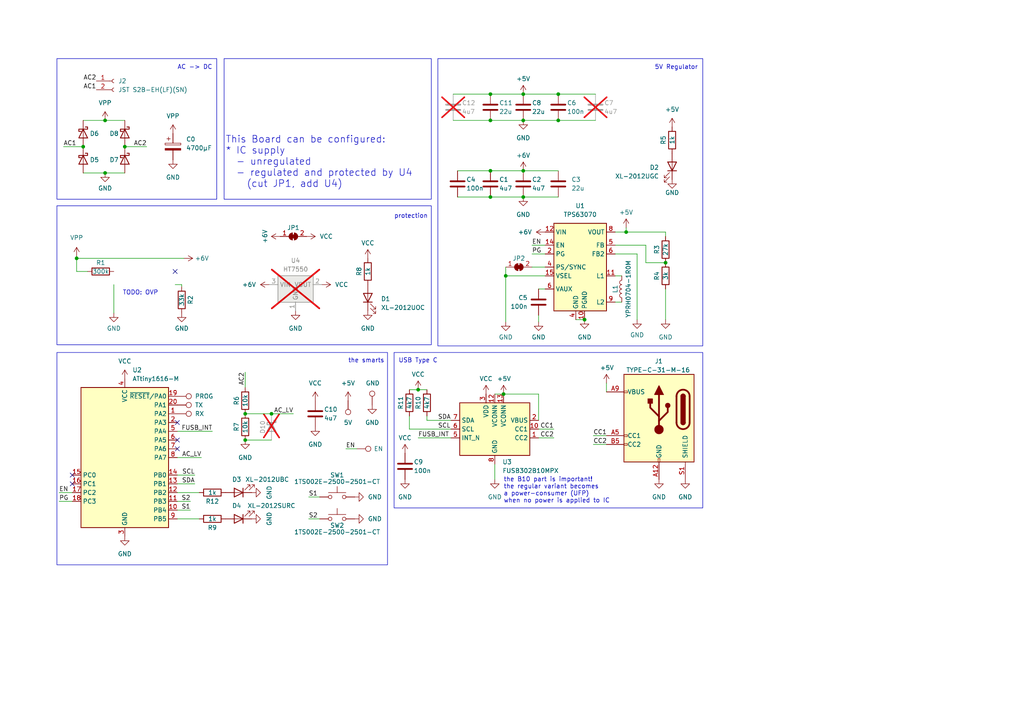
<source format=kicad_sch>
(kicad_sch (version 20230121) (generator eeschema)
  (paper "A4")
  (title_block (title "BikeUSB") (company "H3"))
  (lib_symbols
    (symbol "Connector:Conn_01x02_Female" (pin_names (offset 1.016) hide)
      (property "Reference" "J" (at 0 2.54 0))
      (property "Value" "Conn_01x02_Female" (at 0 -5.08 0))
      (symbol "Conn_01x02_Female_1_1"
        (arc (start 0 -2.032) (mid -0.5058 -2.54) (end 0 -3.048) (stroke (width 0.1524)))
        (polyline (pts (xy -1.27 -2.54) (xy -0.508 -2.54)) (stroke (width 0.1524)))
        (polyline (pts (xy -1.27 0) (xy -0.508 0)) (stroke (width 0.1524)))
        (arc (start 0 0.508) (mid -0.5058 0) (end 0 -0.508) (stroke (width 0.1524)))
        (pin passive line (at -5.08 0 0) (length 3.81) (name "Pin_1") (number "1"))
        (pin passive line (at -5.08 -2.54 0) (length 3.81) (name "Pin_2") (number "2"))
      )
    )
    (symbol "Connector:TestPoint" (pin_numbers hide) (pin_names (offset 0.762) hide)
      (property "Reference" "TP" (at 0 6.858 0))
      (property "Value" "TestPoint" (at 0 5.08 0))
      (symbol "TestPoint_0_1"
        (circle (center 0 3.302) (radius 0.762))
      )
      (symbol "TestPoint_1_1"
        (pin passive line (at 0 0 90) (length 2.54) (name "1") (number "1"))
      )
    )
    (symbol "Connector:USB_C_Receptacle_PowerOnly_6P" (pin_names (offset 1.016))
      (property "Reference" "J" (at 0 16.51 0))
      (property "Value" "USB_C_Receptacle_PowerOnly_6P" (at 0 13.97 0))
      (symbol "USB_C_Receptacle_PowerOnly_6P_0_0"
        (rectangle (start -0.254 -12.7) (end 0.254 -11.684))
        (rectangle (start 10.16 -7.366) (end 9.144 -7.874))
        (rectangle (start 10.16 -4.826) (end 9.144 -5.334))
        (rectangle (start 10.16 7.874) (end 9.144 7.366))
      )
      (symbol "USB_C_Receptacle_PowerOnly_6P_0_1"
        (rectangle (start -10.16 12.7) (end 10.16 -12.7) (stroke (width 0.254)) (fill (type background)))
        (arc (start -8.89 -1.27) (mid -6.985 -3.1667) (end -5.08 -1.27) (stroke (width 0.508)))
        (arc (start -7.62 -1.27) (mid -6.985 -1.9023) (end -6.35 -1.27) (stroke (width 0.254)))
        (arc (start -7.62 -1.27) (mid -6.985 -1.9023) (end -6.35 -1.27) (stroke (width 0.254)) (fill (type outline)))
        (rectangle (start -7.62 -1.27) (end -6.35 6.35) (stroke (width 0.254)) (fill (type outline)))
        (arc (start -6.35 6.35) (mid -6.985 6.9823) (end -7.62 6.35) (stroke (width 0.254)))
        (arc (start -6.35 6.35) (mid -6.985 6.9823) (end -7.62 6.35) (stroke (width 0.254)) (fill (type outline)))
        (arc (start -5.08 6.35) (mid -6.985 8.2467) (end -8.89 6.35) (stroke (width 0.508)))
        (circle (center -2.54 3.683) (radius 0.635) (stroke (width 0.254)) (fill (type outline)))
        (circle (center 0 -3.302) (radius 1.27) (fill (type outline)))
        (polyline (pts (xy -8.89 -1.27) (xy -8.89 6.35)) (stroke (width 0.508)))
        (polyline (pts (xy -5.08 6.35) (xy -5.08 -1.27)) (stroke (width 0.508)))
        (polyline (pts (xy 0 -3.302) (xy 0 6.858)) (stroke (width 0.508)))
        (polyline (pts (xy 0 -0.762) (xy -2.54 1.778) (xy -2.54 3.048)) (stroke (width 0.508)))
        (polyline (pts (xy 0 0.508) (xy 2.54 3.048) (xy 2.54 4.318)) (stroke (width 0.508)))
        (polyline (pts (xy -1.27 6.858) (xy 0 9.398) (xy 1.27 6.858) (xy -1.27 6.858)) (stroke (width 0.254)) (fill (type outline)))
        (rectangle (start 1.905 4.318) (end 3.175 5.588) (stroke (width 0.254)) (fill (type outline)))
      )
      (symbol "USB_C_Receptacle_PowerOnly_6P_1_1"
        (pin passive line (at 0 -17.78 90) (length 5.08) (name "GND") (number "A12"))
        (pin bidirectional line (at 15.24 -5.08 180) (length 5.08) (name "CC1") (number "A5"))
        (pin passive line (at 15.24 7.62 180) (length 5.08) (name "VBUS") (number "A9"))
        (pin passive line (at 0 -17.78 90) (length 5.08) hide (name "GND") (number "B12"))
        (pin bidirectional line (at 15.24 -7.62 180) (length 5.08) (name "CC2") (number "B5"))
        (pin passive line (at 15.24 7.62 180) (length 5.08) hide (name "VBUS") (number "B9"))
        (pin passive line (at -7.62 -17.78 90) (length 5.08) (name "SHIELD") (number "S1"))
      )
    )
    (symbol "Device:C" (pin_numbers hide) (pin_names (offset 0.254))
      (property "Reference" "C" (at 0.635 2.54 0))
      (property "Value" "C" (at 0.635 -2.54 0))
      (symbol "C_0_1"
        (polyline (pts (xy -2.032 -0.762) (xy 2.032 -0.762)) (stroke (width 0.508)))
        (polyline (pts (xy -2.032 0.762) (xy 2.032 0.762)) (stroke (width 0.508)))
      )
      (symbol "C_1_1"
        (pin passive line (at 0 3.81 270) (length 2.794) (name "~") (number "1"))
        (pin passive line (at 0 -3.81 90) (length 2.794) (name "~") (number "2"))
      )
    )
    (symbol "Device:C_Polarized" (pin_numbers hide) (pin_names (offset 0.254))
      (property "Reference" "C" (at 0.635 2.54 0))
      (property "Value" "C_Polarized" (at 0.635 -2.54 0))
      (symbol "C_Polarized_0_1"
        (rectangle (start -2.286 0.508) (end 2.286 1.016))
        (polyline (pts (xy -1.778 2.286) (xy -0.762 2.286)))
        (polyline (pts (xy -1.27 2.794) (xy -1.27 1.778)))
        (rectangle (start 2.286 -0.508) (end -2.286 -1.016) (fill (type outline)))
      )
      (symbol "C_Polarized_1_1"
        (pin passive line (at 0 3.81 270) (length 2.794) (name "~") (number "1"))
        (pin passive line (at 0 -3.81 90) (length 2.794) (name "~") (number "2"))
      )
    )
    (symbol "Device:D_Schottky" (pin_numbers hide) (pin_names (offset 1.016) hide)
      (property "Reference" "D" (at 0 2.54 0))
      (property "Value" "D_Schottky" (at 0 -2.54 0))
      (symbol "D_Schottky_0_1"
        (polyline (pts (xy 1.27 0) (xy -1.27 0)))
        (polyline (pts (xy 1.27 1.27) (xy 1.27 -1.27) (xy -1.27 0) (xy 1.27 1.27)) (stroke (width 0.254)))
        (polyline (pts (xy -1.905 0.635) (xy -1.905 1.27) (xy -1.27 1.27) (xy -1.27 -1.27) (xy -0.635 -1.27) (xy -0.635 -0.635)) (stroke (width 0.254)))
      )
      (symbol "D_Schottky_1_1"
        (pin passive line (at -3.81 0 0) (length 2.54) (name "K") (number "1"))
        (pin passive line (at 3.81 0 180) (length 2.54) (name "A") (number "2"))
      )
    )
    (symbol "Device:L" (pin_numbers hide) (pin_names (offset 1.016) hide)
      (property "Reference" "L" (at -1.27 0 90))
      (property "Value" "L" (at 1.905 0 90))
      (symbol "L_0_1"
        (arc (start 0 -2.54) (mid 0.6323 -1.905) (end 0 -1.27))
        (arc (start 0 -1.27) (mid 0.6323 -0.635) (end 0 0))
        (arc (start 0 0) (mid 0.6323 0.635) (end 0 1.27))
        (arc (start 0 1.27) (mid 0.6323 1.905) (end 0 2.54))
      )
      (symbol "L_1_1"
        (pin passive line (at 0 3.81 270) (length 1.27) (name "1") (number "1"))
        (pin passive line (at 0 -3.81 90) (length 1.27) (name "2") (number "2"))
      )
    )
    (symbol "Device:LED" (pin_numbers hide) (pin_names (offset 1.016) hide)
      (property "Reference" "D" (at 0 2.54 0))
      (property "Value" "LED" (at 0 -2.54 0))
      (symbol "LED_0_1"
        (polyline (pts (xy -1.27 -1.27) (xy -1.27 1.27)) (stroke (width 0.254)))
        (polyline (pts (xy -1.27 0) (xy 1.27 0)))
        (polyline (pts (xy 1.27 -1.27) (xy 1.27 1.27) (xy -1.27 0) (xy 1.27 -1.27)) (stroke (width 0.254)))
        (polyline (pts (xy -3.048 -0.762) (xy -4.572 -2.286) (xy -3.81 -2.286) (xy -4.572 -2.286) (xy -4.572 -1.524)))
        (polyline (pts (xy -1.778 -0.762) (xy -3.302 -2.286) (xy -2.54 -2.286) (xy -3.302 -2.286) (xy -3.302 -1.524)))
      )
      (symbol "LED_1_1"
        (pin passive line (at -3.81 0 0) (length 2.54) (name "K") (number "1"))
        (pin passive line (at 3.81 0 180) (length 2.54) (name "A") (number "2"))
      )
    )
    (symbol "Device:R" (pin_numbers hide) (pin_names (offset 0))
      (property "Reference" "R" (at 2.032 0 90))
      (property "Value" "R" (at 0 0 90))
      (symbol "R_0_1"
        (rectangle (start -1.016 -2.54) (end 1.016 2.54) (stroke (width 0.254)))
      )
      (symbol "R_1_1"
        (pin passive line (at 0 3.81 270) (length 1.27) (name "~") (number "1"))
        (pin passive line (at 0 -3.81 90) (length 1.27) (name "~") (number "2"))
      )
    )
    (symbol "H3_IC:HT75xx"
      (property "Reference" "U" (at 0 7.62 0))
      (property "Value" "HT75xx" (at 0 5.08 0))
      (symbol "HT75xx_0_1"
        (rectangle (start -5.08 3.81) (end 5.08 -3.81) (stroke (width 0.254)) (fill (type background)))
      )
      (symbol "HT75xx_1_1"
        (pin power_in line (at 0 -6.35 90) (length 2.54) (name "GND") (number "1"))
        (pin power_out line (at 7.62 1.27 180) (length 2.54) (name "VOUT") (number "2"))
        (pin power_in line (at -7.62 1.27 0) (length 2.54) (name "VIN") (number "3"))
      )
    )
    (symbol "H3_IC:TPS63070"
      (property "Reference" "U" (at -7.62 13.97 0))
      (property "Value" "TPS63070" (at 2.54 13.97 0))
      (symbol "TPS63070_0_1"
        (rectangle (start -7.62 12.7) (end 7.62 -12.7) (stroke (width 0.254)) (fill (type background)))
      )
      (symbol "TPS63070_1_1"
        (pin power_in line (at 1.27 -15.24 90) (length 2.54) (name "PGND") (number "10"))
        (pin input line (at 10.16 -2.54 180) (length 2.54) (name "L1") (number "11"))
        (pin power_in line (at -10.16 10.16 0) (length 2.54) (name "VIN") (number "12"))
        (pin power_in line (at -10.16 10.16 0) (length 2.54) hide (name "VIN") (number "13"))
        (pin input line (at -10.16 6.35 0) (length 2.54) (name "EN") (number "14"))
        (pin input line (at -10.16 -2.54 0) (length 2.54) (name "VSEL") (number "15"))
        (pin open_collector line (at -10.16 3.81 0) (length 2.54) (name "PG") (number "2"))
        (pin power_in line (at -1.27 -15.24 90) (length 2.54) (name "GND") (number "4"))
        (pin input line (at -10.16 0 0) (length 2.54) (name "PS/SYNC") (number "4"))
        (pin input line (at 10.16 6.35 180) (length 2.54) (name "FB") (number "5"))
        (pin input line (at 10.16 3.81 180) (length 2.54) (name "FB2") (number "6"))
        (pin passive line (at -10.16 -6.35 0) (length 2.54) (name "VAUX") (number "6"))
        (pin power_out line (at 10.16 10.16 180) (length 2.54) hide (name "VOUT") (number "7"))
        (pin power_out line (at 10.16 10.16 180) (length 2.54) (name "VOUT") (number "8"))
        (pin input line (at 10.16 -10.16 180) (length 2.54) (name "L2") (number "9"))
      )
    )
    (symbol "Interface_USB:FUSB302B10MPX"
      (property "Reference" "U" (at -10.16 8.89 0))
      (property "Value" "FUSB302B10MPX" (at 3.81 8.89 0))
      (symbol "FUSB302B10MPX_0_1"
        (rectangle (start -10.16 7.62) (end 10.16 -7.62) (stroke (width 0.254)) (fill (type background)))
      )
      (symbol "FUSB302B10MPX_1_1"
        (pin bidirectional line (at 12.7 -2.54 180) (length 2.54) (name "CC2") (number "1"))
        (pin bidirectional line (at 12.7 0 180) (length 2.54) (name "CC1") (number "10"))
        (pin bidirectional line (at 12.7 0 180) (length 2.54) hide (name "CC1") (number "11"))
        (pin power_in line (at 0 10.16 270) (length 2.54) (name "VCONN") (number "12"))
        (pin power_in line (at 2.54 10.16 270) (length 2.54) (name "VCONN") (number "13"))
        (pin bidirectional line (at 12.7 -2.54 180) (length 2.54) hide (name "CC2") (number "14"))
        (pin passive line (at 0 -10.16 90) (length 2.54) hide (name "GND") (number "15"))
        (pin input line (at 12.7 2.54 180) (length 2.54) (name "VBUS") (number "2"))
        (pin power_in line (at -2.54 10.16 270) (length 2.54) (name "VDD") (number "3"))
        (pin passive line (at -2.54 10.16 270) (length 2.54) hide (name "VDD") (number "4"))
        (pin open_collector line (at -12.7 -2.54 0) (length 2.54) (name "INT_N") (number "5"))
        (pin input line (at -12.7 0 0) (length 2.54) (name "SCL") (number "6"))
        (pin bidirectional line (at -12.7 2.54 0) (length 2.54) (name "SDA") (number "7"))
        (pin power_in line (at 0 -10.16 90) (length 2.54) (name "GND") (number "8"))
        (pin passive line (at 0 -10.16 90) (length 2.54) hide (name "GND") (number "9"))
      )
    )
    (symbol "Jumper:SolderJumper_2_Bridged" (pin_names (offset 0) hide)
      (property "Reference" "JP" (at 0 2.032 0))
      (property "Value" "SolderJumper_2_Bridged" (at 0 -2.54 0))
      (symbol "SolderJumper_2_Bridged_0_1"
        (rectangle (start -0.508 0.508) (end 0.508 -0.508) (fill (type outline)))
        (arc (start -0.254 1.016) (mid -1.2656 0) (end -0.254 -1.016))
        (arc (start -0.254 1.016) (mid -1.2656 0) (end -0.254 -1.016) (fill (type outline)))
        (polyline (pts (xy -0.254 1.016) (xy -0.254 -1.016)))
        (polyline (pts (xy 0.254 1.016) (xy 0.254 -1.016)))
        (arc (start 0.254 -1.016) (mid 1.2656 0) (end 0.254 1.016))
        (arc (start 0.254 -1.016) (mid 1.2656 0) (end 0.254 1.016) (fill (type outline)))
      )
      (symbol "SolderJumper_2_Bridged_1_1"
        (pin passive line (at -3.81 0 0) (length 2.54) (name "A") (number "1"))
        (pin passive line (at 3.81 0 180) (length 2.54) (name "B") (number "2"))
      )
    )
    (symbol "MCU_Microchip_ATtiny:ATtiny1616-M"
      (property "Reference" "U" (at -12.7 21.59 0))
      (property "Value" "ATtiny1616-M" (at 2.54 -21.59 0))
      (symbol "ATtiny1616-M_0_1"
        (rectangle (start -12.7 -20.32) (end 12.7 20.32) (stroke (width 0.254)) (fill (type background)))
      )
      (symbol "ATtiny1616-M_1_1"
        (pin bidirectional line (at 15.24 12.7 180) (length 2.54) (name "PA2") (number "1"))
        (pin bidirectional line (at 15.24 -15.24 180) (length 2.54) (name "PB4") (number "10"))
        (pin bidirectional line (at 15.24 -12.7 180) (length 2.54) (name "PB3") (number "11"))
        (pin bidirectional line (at 15.24 -10.16 180) (length 2.54) (name "PB2") (number "12"))
        (pin bidirectional line (at 15.24 -7.62 180) (length 2.54) (name "PB1") (number "13"))
        (pin bidirectional line (at 15.24 -5.08 180) (length 2.54) (name "PB0") (number "14"))
        (pin bidirectional line (at -15.24 -5.08 0) (length 2.54) (name "PC0") (number "15"))
        (pin bidirectional line (at -15.24 -7.62 0) (length 2.54) (name "PC1") (number "16"))
        (pin bidirectional line (at -15.24 -10.16 0) (length 2.54) (name "PC2") (number "17"))
        (pin bidirectional line (at -15.24 -12.7 0) (length 2.54) (name "PC3") (number "18"))
        (pin bidirectional line (at 15.24 17.78 180) (length 2.54) (name "~{RESET}/PA0") (number "19"))
        (pin bidirectional line (at 15.24 10.16 180) (length 2.54) (name "PA3") (number "2"))
        (pin bidirectional line (at 15.24 15.24 180) (length 2.54) (name "PA1") (number "20"))
        (pin passive line (at 0 -22.86 90) (length 2.54) hide (name "GND") (number "21"))
        (pin power_in line (at 0 -22.86 90) (length 2.54) (name "GND") (number "3"))
        (pin power_in line (at 0 22.86 270) (length 2.54) (name "VCC") (number "4"))
        (pin bidirectional line (at 15.24 7.62 180) (length 2.54) (name "PA4") (number "5"))
        (pin bidirectional line (at 15.24 5.08 180) (length 2.54) (name "PA5") (number "6"))
        (pin bidirectional line (at 15.24 2.54 180) (length 2.54) (name "PA6") (number "7"))
        (pin bidirectional line (at 15.24 0 180) (length 2.54) (name "PA7") (number "8"))
        (pin bidirectional line (at 15.24 -17.78 180) (length 2.54) (name "PB5") (number "9"))
      )
    )
    (symbol "Switch:SW_Push" (pin_numbers hide) (pin_names (offset 1.016) hide)
      (property "Reference" "SW" (at 1.27 2.54 0))
      (property "Value" "SW_Push" (at 0 -1.524 0))
      (symbol "SW_Push_0_1"
        (circle (center -2.032 0) (radius 0.508))
        (polyline (pts (xy 0 1.27) (xy 0 3.048)))
        (polyline (pts (xy 2.54 1.27) (xy -2.54 1.27)))
        (circle (center 2.032 0) (radius 0.508))
        (pin passive line (at -5.08 0 0) (length 2.54) (name "1") (number "1"))
        (pin passive line (at 5.08 0 180) (length 2.54) (name "2") (number "2"))
      )
    )
    (symbol "power:+5V" (power) (pin_names (offset 0))
      (property "Value" "+5V" (at 0 3.556 0))
      (symbol "+5V_0_1"
        (polyline (pts (xy -0.762 1.27) (xy 0 2.54)))
        (polyline (pts (xy 0 0) (xy 0 2.54)))
        (polyline (pts (xy 0 2.54) (xy 0.762 1.27)))
      )
      (symbol "+5V_1_1"
        (pin power_in line (at 0 0 90) (length 0) hide (name "+5V") (number "1"))
      )
    )
    (symbol "power:+6V" (power) (pin_names (offset 0))
      (property "Value" "+6V" (at 0 3.556 0))
      (symbol "+6V_0_1"
        (polyline (pts (xy -0.762 1.27) (xy 0 2.54)))
        (polyline (pts (xy 0 0) (xy 0 2.54)))
        (polyline (pts (xy 0 2.54) (xy 0.762 1.27)))
      )
      (symbol "+6V_1_1"
        (pin power_in line (at 0 0 90) (length 0) hide (name "+6V") (number "1"))
      )
    )
    (symbol "power:GND" (power) (pin_names (offset 0))
      (property "Value" "GND" (at 0 -3.81 0))
      (symbol "GND_0_1"
        (polyline (pts (xy 0 0) (xy 0 -1.27) (xy 1.27 -1.27) (xy 0 -2.54) (xy -1.27 -1.27) (xy 0 -1.27)))
      )
      (symbol "GND_1_1"
        (pin power_in line (at 0 0 270) (length 0) hide (name "GND") (number "1"))
      )
    )
    (symbol "power:VCC" (power) (pin_names (offset 0))
      (property "Value" "VCC" (at 0 3.81 0))
      (symbol "VCC_0_1"
        (polyline (pts (xy -0.762 1.27) (xy 0 2.54)))
        (polyline (pts (xy 0 0) (xy 0 2.54)))
        (polyline (pts (xy 0 2.54) (xy 0.762 1.27)))
      )
      (symbol "VCC_1_1"
        (pin power_in line (at 0 0 90) (length 0) hide (name "VCC") (number "1"))
      )
    )
    (symbol "power:VPP" (power) (pin_names (offset 0))
      (property "Value" "VPP" (at 0 3.81 0))
      (symbol "VPP_0_1"
        (polyline (pts (xy -0.762 1.27) (xy 0 2.54)))
        (polyline (pts (xy 0 0) (xy 0 2.54)))
        (polyline (pts (xy 0 2.54) (xy 0.762 1.27)))
      )
      (symbol "VPP_1_1"
        (pin power_in line (at 0 0 90) (length 0) hide (name "VPP") (number "1"))
      )
    )
  )
  (junction (at 193.04 76.2))
  (junction (at 142.24 49.53))
  (junction (at 161.925 27.305))
  (junction (at 142.24 57.15))
  (junction (at 181.61 67.31))
  (junction (at 71.12 127.635))
  (junction (at 36.195 42.545))
  (junction (at 78.74 120.015))
  (junction (at 146.05 114.3))
  (junction (at 169.545 92.71))
  (junction (at 146.685 80.01))
  (junction (at 121.285 113.03))
  (junction (at 161.925 34.925))
  (junction (at 30.48 34.925))
  (junction (at 24.13 42.545))
  (junction (at 30.48 50.165))
  (junction (at 151.765 27.305))
  (junction (at 22.225 74.93))
  (junction (at 71.12 120.015))
  (junction (at 151.765 49.53))
  (junction (at 151.765 57.15))
  (junction (at 151.765 34.925))
  (junction (at 142.24 27.305))
  (junction (at 142.24 34.925))
  (no_connect (at 51.435 122.555))
  (no_connect (at 20.955 140.335))
  (no_connect (at 50.8 78.74))
  (no_connect (at 51.435 127.635))
  (no_connect (at 20.955 137.795))
  (no_connect (at 51.435 130.175))
  (wire (pts (xy 156.21 127) (xy 160.655 127)))
  (wire (pts (xy 193.04 92.71) (xy 193.04 83.82)))
  (wire (pts (xy 51.435 137.795) (xy 56.515 137.795)))
  (wire (pts (xy 50.8 82.55) (xy 52.705 82.55)))
  (wire (pts (xy 24.13 50.165) (xy 30.48 50.165)))
  (wire (pts (xy 161.925 34.925) (xy 172.72 34.925)))
  (wire (pts (xy 121.285 127) (xy 130.81 127)))
  (wire (pts (xy 33.02 82.55) (xy 33.02 90.805)))
  (wire (pts (xy 146.05 114.3) (xy 156.21 114.3)))
  (wire (pts (xy 51.435 132.715) (xy 58.42 132.715)))
  (wire (pts (xy 143.51 139.065) (xy 143.51 134.62)))
  (wire (pts (xy 187.325 71.12) (xy 178.435 71.12)))
  (wire (pts (xy 89.535 150.495) (xy 92.71 150.495)))
  (wire (pts (xy 187.325 76.2) (xy 187.325 71.12)))
  (wire (pts (xy 181.61 66.04) (xy 181.61 67.31)))
  (wire (pts (xy 51.435 145.415) (xy 55.245 145.415)))
  (wire (pts (xy 193.04 68.58) (xy 193.04 67.31)))
  (wire (pts (xy 51.435 125.095) (xy 61.595 125.095)))
  (wire (pts (xy 131.445 27.305) (xy 142.24 27.305)))
  (wire (pts (xy 156.21 93.345) (xy 156.21 91.44)))
  (wire (pts (xy 172.085 128.905) (xy 175.895 128.905)))
  (wire (pts (xy 71.12 107.95) (xy 71.12 112.395)))
  (wire (pts (xy 71.12 127.635) (xy 78.74 127.635)))
  (wire (pts (xy 123.825 121.92) (xy 130.81 121.92)))
  (wire (pts (xy 167.005 92.71) (xy 169.545 92.71)))
  (wire (pts (xy 71.12 120.015) (xy 78.74 120.015)))
  (wire (pts (xy 181.61 67.31) (xy 193.04 67.31)))
  (wire (pts (xy 161.925 27.305) (xy 172.72 27.305)))
  (wire (pts (xy 151.765 57.15) (xy 161.925 57.15)))
  (wire (pts (xy 142.24 49.53) (xy 151.765 49.53)))
  (wire (pts (xy 30.48 50.165) (xy 36.195 50.165)))
  (wire (pts (xy 184.785 92.71) (xy 184.785 73.66)))
  (wire (pts (xy 22.225 74.93) (xy 22.225 78.74)))
  (wire (pts (xy 52.705 83.185) (xy 52.705 82.55)))
  (wire (pts (xy 172.085 126.365) (xy 175.895 126.365)))
  (wire (pts (xy 142.24 57.15) (xy 151.765 57.15)))
  (wire (pts (xy 154.305 77.47) (xy 158.115 77.47)))
  (wire (pts (xy 89.535 144.145) (xy 92.71 144.145)))
  (wire (pts (xy 151.765 34.925) (xy 161.925 34.925)))
  (wire (pts (xy 132.715 57.15) (xy 142.24 57.15)))
  (wire (pts (xy 156.21 124.46) (xy 160.655 124.46)))
  (wire (pts (xy 151.765 27.305) (xy 161.925 27.305)))
  (wire (pts (xy 142.24 34.925) (xy 151.765 34.925)))
  (wire (pts (xy 146.685 77.47) (xy 146.685 80.01)))
  (wire (pts (xy 56.515 140.335) (xy 51.435 140.335)))
  (wire (pts (xy 100.33 130.175) (xy 103.505 130.175)))
  (wire (pts (xy 187.325 76.2) (xy 193.04 76.2)))
  (wire (pts (xy 18.415 42.545) (xy 24.13 42.545)))
  (wire (pts (xy 180.34 87.63) (xy 178.435 87.63)))
  (wire (pts (xy 146.685 80.01) (xy 158.115 80.01)))
  (wire (pts (xy 17.145 145.415) (xy 20.955 145.415)))
  (wire (pts (xy 142.24 27.305) (xy 151.765 27.305)))
  (wire (pts (xy 180.34 80.01) (xy 178.435 80.01)))
  (wire (pts (xy 118.745 113.03) (xy 121.285 113.03)))
  (wire (pts (xy 17.145 142.875) (xy 20.955 142.875)))
  (wire (pts (xy 146.685 93.345) (xy 146.685 80.01)))
  (wire (pts (xy 22.225 78.74) (xy 25.4 78.74)))
  (wire (pts (xy 51.435 147.955) (xy 55.245 147.955)))
  (wire (pts (xy 154.305 71.12) (xy 158.115 71.12)))
  (wire (pts (xy 131.445 34.925) (xy 142.24 34.925)))
  (wire (pts (xy 143.51 114.3) (xy 146.05 114.3)))
  (wire (pts (xy 118.745 120.65) (xy 118.745 124.46)))
  (wire (pts (xy 178.435 67.31) (xy 181.61 67.31)))
  (wire (pts (xy 118.745 124.46) (xy 130.81 124.46)))
  (wire (pts (xy 22.225 74.295) (xy 22.225 74.93)))
  (wire (pts (xy 132.715 49.53) (xy 142.24 49.53)))
  (wire (pts (xy 51.435 142.875) (xy 57.785 142.875)))
  (wire (pts (xy 123.825 120.65) (xy 123.825 121.92)))
  (wire (pts (xy 156.21 83.82) (xy 158.115 83.82)))
  (wire (pts (xy 156.21 121.92) (xy 156.21 114.3)))
  (wire (pts (xy 151.765 49.53) (xy 161.925 49.53)))
  (wire (pts (xy 123.825 113.03) (xy 121.285 113.03)))
  (wire (pts (xy 175.895 111.125) (xy 175.895 113.665)))
  (wire (pts (xy 51.435 150.495) (xy 57.785 150.495)))
  (wire (pts (xy 30.48 34.925) (xy 36.195 34.925)))
  (wire (pts (xy 22.225 74.93) (xy 53.34 74.93)))
  (wire (pts (xy 184.785 73.66) (xy 178.435 73.66)))
  (wire (pts (xy 24.13 34.925) (xy 30.48 34.925)))
  (wire (pts (xy 154.305 73.66) (xy 158.115 73.66)))
  (wire (pts (xy 42.545 42.545) (xy 36.195 42.545)))
  (wire (pts (xy 78.74 120.015) (xy 85.09 120.015)))
  (rectangle (start 16.51 17) (end 62.865 57.785))
  (rectangle (start 127 17) (end 203.835 100.33))
  (rectangle (start 16.51 102.235) (end 112.395 163.83))
  (rectangle (start 114.3 102.235) (end 203.835 147.32))
  (rectangle (start 65 17) (end 125.095 57.785))
  (rectangle (start 16.51 59.69) (end 125.095 100))
  (text "TODO: OVP" (at 35.56 85.725 0) (effects (font (size 1.27 1.27)) (justify left bottom)))
  (text "the smarts" (at 100.965 105.41 0) (effects (font (size 1.27 1.27)) (justify left bottom)))
  (text "AC -> DC" (at 51.435 20.32 0) (effects (font (size 1.27 1.27)) (justify left bottom)))
  (text "the B10 part is important!\nthe regular variant becomes\na power-consumer (UFP)\nwhen no power is applied to IC" (at 146.05 146.05 0) (effects (font (size 1.27 1.27)) (justify left bottom)))
  (text "USB Type C" (at 115.57 105.41 0) (effects (font (size 1.27 1.27)) (justify left bottom)))
  (text "5V Regulator" (at 189.865 20.32 0) (effects (font (size 1.27 1.27)) (justify left bottom)))
  (text "protection" (at 114.3 63.5 0) (effects (font (size 1.27 1.27)) (justify left bottom)))
  (text "This Board can be configured:\n* IC supply\n  - unregulated\n  - regulated and protected by U4\n    (cut JP1, add U4)" (at 65.405 54.61 0) (effects (font (size 2 2)) (justify left bottom)))
  (label "SDA" (at 56.515 140.335 180))
  (label "AC2" (at 27.94 23.495 180))
  (label "CC2" (at 160.655 127 180))
  (label "FUSB_INT" (at 121.285 127 0))
  (label "AC2" (at 42.545 42.545 180))
  (label "S2" (at 89.535 150.495 0))
  (label "SDA" (at 127 121.92 0))
  (label "S2" (at 55.245 145.415 180))
  (label "EN" (at 154.305 71.12 0))
  (label "AC1" (at 18.415 42.545 0))
  (label " AC_LV" (at 58.42 132.715 180))
  (label " AC_LV" (at 85.09 120.015 180))
  (label "EN" (at 100.33 130.175 0))
  (label "AC2" (at 71.12 107.95 270))
  (label "PG" (at 154.305 73.66 0))
  (label "CC2" (at 172.085 128.905 0))
  (label "EN" (at 17.145 142.875 0))
  (label "S1" (at 89.535 144.145 0))
  (label "S1" (at 55.245 147.955 180))
  (label "CC1" (at 160.655 124.46 180))
  (label "FUSB_INT" (at 61.595 125.095 180))
  (label "SCL" (at 56.515 137.795 180))
  (label "PG" (at 17.145 145.415 0))
  (label "CC1" (at 172.085 126.365 0))
  (label "AC1" (at 27.94 26.035 180))
  (label "SCL" (at 127 124.46 0))
  (symbol (lib_id "power:GND") (at 151.765 34.925 0) (mirror y) (unit 1)
    (property "Reference" "#PWR018" (effects hide))
    (property "Value" "GND" (at 151.765 40.005 0))
  )
  (symbol (lib_id "power:+5V") (at 194.945 36.83 0) (unit 1)
    (property "Reference" "#PWR09" (effects hide))
    (property "Value" "+5V" (at 194.945 31.75 0))
  )
  (symbol (lib_id "Device:C") (at 172.72 31.115 0) (unit 1) (dnp yes)
    (property "Reference" "C7" (at 175.26 29.845 0) (effects (justify left)))
    (property "Value" "4u7" (at 175.26 32.385 0) (effects (justify left)))
    (property "Footprint" "Capacitor_SMD:C_0805_2012Metric_Pad1.18x1.45mm_HandSolder" (effects hide))
    (property "LCSC" "C1779" (effects hide))
  )
  (symbol (lib_id "Device:R") (at 106.68 78.74 180) (unit 1)
    (property "Reference" "R8" (at 104.14 78.74 90))
    (property "Value" "1k" (at 106.68 78.74 90))
    (property "Footprint" "Resistor_SMD:R_0805_2012Metric_Pad1.20x1.40mm_HandSolder" (effects hide))
    (property "LCSC" "C110774" (effects hide))
  )
  (symbol (lib_id "Device:R") (at 29.21 78.74 90) (unit 1)
    (property "Reference" "R1" (at 29.21 76.2 90))
    (property "Value" "300k" (at 29.21 78.74 90))
    (property "Footprint" "Resistor_SMD:R_0805_2012Metric_Pad1.20x1.40mm_HandSolder" (effects hide))
    (property "LCSC" "C865386" (effects hide))
  )
  (symbol (lib_id "Device:D_Schottky") (at 78.74 123.825 270) (unit 1) (in_bom no) (dnp yes)
    (property "Reference" "D10" (at 76.2 121.92 0) (effects (justify left)))
    (property "Footprint" "Diode_SMD:D_PowerDI-123" (effects hide))
    (property "Sim.Device" "D" (effects hide))
    (property "Sim.Pins" "1=K 2=A" (effects hide))
  )
  (symbol (lib_id "power:GND") (at 191.135 139.065 0) (mirror y) (unit 1)
    (property "Reference" "#PWR05" (effects hide))
    (property "Value" "GND" (at 191.135 144.145 0))
  )
  (symbol (lib_id "power:VCC") (at 93.345 82.55 270) (unit 1)
    (property "Reference" "#PWR040" (effects hide))
    (property "Value" "VCC" (at 97.155 82.55 90) (effects (justify left)))
  )
  (symbol (lib_id "power:+6V") (at 151.765 49.53 0) (unit 1)
    (property "Reference" "#PWR015" (effects hide))
    (property "Value" "+6V" (at 151.765 45.085 0))
  )
  (symbol (lib_id "power:GND") (at 184.785 92.71 0) (mirror y) (unit 1)
    (property "Reference" "#PWR024" (effects hide))
    (property "Value" "GND" (at 184.785 97.155 0))
  )
  (symbol (lib_id "Switch:SW_Push") (at 97.79 150.495 0) (unit 1)
    (property "Reference" "SW2" (at 97.79 152.4 0))
    (property "Value" "1TS002E-2500-2501-CT" (at 97.79 154.305 0))
    (property "Footprint" "Button_Switch_SMD:SW_SPST_CK_RS282G05A3" (effects hide))
    (property "LCSC" "C255802" (effects hide))
  )
  (symbol (lib_id "power:GND") (at 36.195 155.575 0) (mirror y) (unit 1)
    (property "Reference" "#PWR028" (effects hide))
    (property "Value" "GND" (at 36.195 160.655 0))
  )
  (symbol (lib_id "power:GND") (at 71.12 127.635 0) (mirror y) (unit 1)
    (property "Reference" "#PWR027" (effects hide))
    (property "Value" "GND" (at 71.12 132.715 0))
  )
  (symbol (lib_id "power:GND") (at 85.725 90.17 0) (mirror y) (unit 1)
    (property "Reference" "#PWR042" (effects hide))
    (property "Value" "GND" (at 85.725 95.25 0))
  )
  (symbol (lib_id "power:GND") (at 169.545 92.71 0) (mirror y) (unit 1)
    (property "Reference" "#PWR02" (effects hide))
    (property "Value" "GND" (at 169.545 97.79 0))
  )
  (symbol (lib_id "Connector:TestPoint") (at 103.505 130.175 270) (unit 1) (in_bom no)
    (property "Reference" "TP1" (effects hide))
    (property "Value" "EN" (at 111.125 130.175 90) (effects (justify right)))
    (property "Footprint" "TestPoint:TestPoint_Pad_D1.0mm" (effects hide))
  )
  (symbol (lib_id "power:GND") (at 30.48 50.165 0) (mirror y) (unit 1)
    (property "Reference" "#PWR014" (effects hide))
    (property "Value" "GND" (at 30.48 54.61 0))
  )
  (symbol (lib_id "power:VCC") (at 140.97 114.3 0) (unit 1)
    (property "Reference" "#PWR033" (effects hide))
    (property "Value" "VCC" (at 140.97 109.855 0))
  )
  (symbol (lib_id "Device:D_Schottky") (at 24.13 38.735 270) (unit 1)
    (property "Reference" "D6" (at 26.035 38.735 90) (effects (justify left)))
    (property "Value" "CMS04(TE12L,Q,M)" (effects hide))
    (property "Footprint" "Diode_SMD:D_SOD-128" (effects hide))
    (property "Sim.Device" "D" (effects hide))
    (property "Sim.Pins" "1=K 2=A" (effects hide))
    (property "LCSC" "C603062" (effects hide))
  )
  (symbol (lib_id "Device:C") (at 117.475 135.255 0) (unit 1)
    (property "Reference" "C9" (at 120.015 133.985 0) (effects (justify left)))
    (property "Value" "100n" (at 120.015 136.525 0) (effects (justify left)))
    (property "Footprint" "Capacitor_SMD:C_0805_2012Metric_Pad1.18x1.45mm_HandSolder" (effects hide))
    (property "LCSC" "C1711" (effects hide))
  )
  (symbol (lib_id "Connector:TestPoint") (at 107.95 117.475 0) (unit 1) (in_bom no)
    (property "Reference" "TP3" (effects hide))
    (property "Value" "GND" (at 106.045 111.125 0) (effects (justify left)))
    (property "Footprint" "TestPoint:TestPoint_Pad_D2.5mm" (effects hide))
  )
  (symbol (lib_id "Connector:TestPoint") (at 100.965 116.205 180) (unit 1) (in_bom no)
    (property "Reference" "TP2" (effects hide))
    (property "Value" "5V" (at 99.695 122.555 0) (effects (justify right)))
    (property "Footprint" "TestPoint:TestPoint_Pad_D2.5mm" (effects hide))
  )
  (symbol (lib_id "power:GND") (at 151.765 57.15 0) (mirror y) (unit 1)
    (property "Reference" "#PWR016" (effects hide))
    (property "Value" "GND" (at 151.765 62.23 0))
  )
  (symbol (lib_id "power:+6V") (at 81.28 68.58 90) (unit 1)
    (property "Reference" "#PWR038" (effects hide))
    (property "Value" "+6V" (at 76.835 68.58 0))
  )
  (symbol (lib_id "Device:D_Schottky") (at 36.195 46.355 270) (unit 1)
    (property "Reference" "D7" (at 31.75 46.355 90) (effects (justify left)))
    (property "Value" "CMS04(TE12L,Q,M)" (effects hide))
    (property "Footprint" "Diode_SMD:D_SOD-128" (effects hide))
    (property "Sim.Device" "D" (effects hide))
    (property "Sim.Pins" "1=K 2=A" (effects hide))
    (property "LCSC" "C603062" (effects hide))
  )
  (symbol (lib_id "Jumper:SolderJumper_2_Bridged") (at 85.09 68.58 0) (unit 1) (in_bom no)
    (property "Reference" "JP1" (at 85.09 66.04 0))
    (property "Value" "SolderJumper_2_Bridged" (effects hide))
    (property "Footprint" "Jumper:SolderJumper-2_P1.3mm_Bridged_RoundedPad1.0x1.5mm" (effects hide))
  )
  (symbol (lib_id "power:+5V") (at 151.765 27.305 0) (mirror y) (unit 1)
    (property "Reference" "#PWR017" (effects hide))
    (property "Value" "+5V" (at 151.765 22.86 0))
  )
  (symbol (lib_id "Connector:TestPoint") (at 51.435 117.475 270) (unit 1) (in_bom no)
    (property "Reference" "TP5" (effects hide))
    (property "Value" "TX" (at 56.515 117.475 90) (effects (justify left)))
    (property "Footprint" "TestPoint:TestPoint_Pad_D2.5mm" (effects hide))
  )
  (symbol (lib_id "power:GND") (at 193.04 92.71 0) (mirror y) (unit 1)
    (property "Reference" "#PWR023" (effects hide))
    (property "Value" "GND" (at 193.04 97.79 0))
  )
  (symbol (lib_id "power:GND") (at 156.21 93.345 0) (unit 1)
    (property "Reference" "#PWR021" (effects hide))
    (property "Value" "GND" (at 156.21 97.79 0))
  )
  (symbol (lib_id "power:GND") (at 194.945 52.07 0) (unit 1)
    (property "Reference" "#PWR08" (effects hide))
    (property "Value" "GND" (at 194.945 55.88 0))
  )
  (symbol (lib_id "H3_IC:HT75xx") (at 85.725 83.82 0) (unit 1) (dnp yes)
    (property "Reference" "U4" (at 85.725 75.565 0))
    (property "Value" "HT7550" (at 85.725 78.105 0))
    (property "Footprint" "Package_TO_SOT_SMD:SOT-23_Handsoldering" (effects hide))
    (property "Datasheet" "https://www.holtek.com/documents/10179/116711/HT75xx-1v250.pdf" (effects hide))
    (property "LCSC" "C5279053" (effects hide))
  )
  (symbol (lib_id "power:GND") (at 91.44 123.825 0) (mirror y) (unit 1)
    (property "Reference" "#PWR044" (effects hide))
    (property "Value" "GND" (at 91.44 128.905 0))
  )
  (symbol (lib_id "Device:R") (at 52.705 86.995 0) (unit 1)
    (property "Reference" "R2" (at 55.245 86.995 90))
    (property "Value" "33k" (at 52.705 86.995 90))
    (property "Footprint" "Resistor_SMD:R_0805_2012Metric_Pad1.20x1.40mm_HandSolder" (effects hide))
    (property "LCSC" "C706276" (effects hide))
  )
  (symbol (lib_id "Connector:USB_C_Receptacle_PowerOnly_6P") (at 191.135 121.285 0) (mirror y) (unit 1)
    (property "Reference" "J1" (at 189.865 104.775 0) (effects (justify right)))
    (property "Value" "TYPE-C-31-M-16" (at 181.61 107.315 0) (effects (justify right)))
    (property "Footprint" "easyeda2kicad:TYPE-C-SMD_TYPE-C-31-M-16" (effects hide))
    (property "Datasheet" "https://www.usb.org/sites/default/files/documents/usb_type-c.zip" (effects hide))
    (property "LCSC" "C283541" (effects hide))
  )
  (symbol (lib_id "power:GND") (at 106.68 90.17 0) (mirror y) (unit 1)
    (property "Reference" "#PWR010" (effects hide))
    (property "Value" "GND" (at 106.68 95.25 0))
  )
  (symbol (lib_id "Device:R") (at 71.12 116.205 180) (unit 1)
    (property "Reference" "R6" (at 68.58 116.205 90))
    (property "Value" "10k" (at 71.12 116.205 90))
    (property "Footprint" "Resistor_SMD:R_0805_2012Metric_Pad1.20x1.40mm_HandSolder" (effects hide))
    (property "LCSC" "C217770" (effects hide))
  )
  (symbol (lib_id "Device:LED") (at 194.945 48.26 270) (mirror x) (unit 1)
    (property "Reference" "D2" (at 191.135 48.5775 90) (effects (justify right)))
    (property "Value" "XL-2012UGC" (at 191.135 51.1175 90) (effects (justify right)))
    (property "Footprint" "LED_SMD:LED_0805_2012Metric_Pad1.15x1.40mm_HandSolder" (effects hide))
    (property "LCSC" "C965815" (effects hide))
  )
  (symbol (lib_id "power:+6V") (at 53.34 74.93 270) (unit 1)
    (property "Reference" "#PWR047" (effects hide))
    (property "Value" "+6V" (at 56.515 74.93 90) (effects (justify left)))
  )
  (symbol (lib_id "power:VCC") (at 117.475 131.445 0) (unit 1)
    (property "Reference" "#PWR046" (effects hide))
    (property "Value" "VCC" (at 117.475 127 0))
  )
  (symbol (lib_id "Device:C") (at 132.715 53.34 0) (unit 1)
    (property "Reference" "C4" (at 135.255 52.07 0) (effects (justify left)))
    (property "Value" "100n" (at 135.255 54.61 0) (effects (justify left)))
    (property "Footprint" "Capacitor_SMD:C_0805_2012Metric_Pad1.18x1.45mm_HandSolder" (effects hide))
    (property "LCSC" "C1711" (effects hide))
  )
  (symbol (lib_id "power:GND") (at 73.025 150.495 90) (mirror x) (unit 1)
    (property "Reference" "#PWR032" (effects hide))
    (property "Value" "GND" (at 78.105 150.495 0))
  )
  (symbol (lib_id "Device:D_Schottky") (at 24.13 46.355 270) (unit 1)
    (property "Reference" "D5" (at 26.035 46.355 90) (effects (justify left)))
    (property "Value" "CMS04(TE12L,Q,M)" (effects hide))
    (property "Footprint" "Diode_SMD:D_SOD-128" (effects hide))
    (property "Sim.Device" "D" (effects hide))
    (property "Sim.Pins" "1=K 2=A" (effects hide))
    (property "LCSC" "C603062" (effects hide))
  )
  (symbol (lib_id "Device:C") (at 161.925 31.115 0) (unit 1)
    (property "Reference" "C6" (at 164.465 29.845 0) (effects (justify left)))
    (property "Value" "100n" (at 164.465 32.385 0) (effects (justify left)))
    (property "Footprint" "Capacitor_SMD:C_0805_2012Metric_Pad1.18x1.45mm_HandSolder" (effects hide))
    (property "LCSC" "C1711" (effects hide))
  )
  (symbol (lib_id "power:GND") (at 143.51 139.065 0) (mirror y) (unit 1)
    (property "Reference" "#PWR036" (effects hide))
    (property "Value" "GND" (at 143.51 144.145 0))
  )
  (symbol (lib_id "Device:C") (at 156.21 87.63 0) (mirror y) (unit 1)
    (property "Reference" "C5" (at 153.035 86.36 0) (effects (justify left)))
    (property "Value" "100n" (at 153.035 88.9 0) (effects (justify left)))
    (property "Footprint" "Capacitor_SMD:C_0805_2012Metric_Pad1.18x1.45mm_HandSolder" (effects hide))
    (property "LCSC" "C1711" (effects hide))
  )
  (symbol (lib_id "power:GND") (at 198.755 139.065 0) (mirror y) (unit 1)
    (property "Reference" "#PWR04" (effects hide))
    (property "Value" "GND" (at 198.755 144.145 0))
  )
  (symbol (lib_id "Device:L") (at 180.34 83.82 180) (unit 1)
    (property "Reference" "L1" (at 178.435 83.82 90))
    (property "Value" "YPRH0704-1R0M" (at 182.245 83.82 90))
    (property "Footprint" "Inductor_SMD:L_7.3x7.3_H4.5" (effects hide))
    (property "LCSC Part" "C338840" (effects hide))
    (property "Alternative" "YPRH0704-2R2M" (effects hide))
    (property "LCSC" "C338840" (effects hide))
  )
  (symbol (lib_id "Device:R") (at 118.745 116.84 180) (unit 1)
    (property "Reference" "R11" (at 116.205 116.84 90))
    (property "Value" "4k7" (at 118.745 116.84 90))
    (property "Footprint" "Resistor_SMD:R_0805_2012Metric_Pad1.20x1.40mm_HandSolder" (effects hide))
    (property "LCSC" "C17673" (effects hide))
  )
  (symbol (lib_id "Device:C") (at 142.24 31.115 0) (unit 1)
    (property "Reference" "C11" (at 144.78 29.845 0) (effects (justify left)))
    (property "Value" "22u" (at 144.78 32.385 0) (effects (justify left)))
    (property "Footprint" "Capacitor_SMD:C_1206_3216Metric_Pad1.33x1.80mm_HandSolder" (effects hide))
    (property "LCSC" "C12891" (effects hide))
  )
  (symbol (lib_id "power:VCC") (at 36.195 109.855 0) (unit 1)
    (property "Reference" "#PWR030" (effects hide))
    (property "Value" "VCC" (at 36.195 104.775 0))
  )
  (symbol (lib_id "power:VCC") (at 121.285 113.03 0) (unit 1)
    (property "Reference" "#PWR011" (effects hide))
    (property "Value" "VCC" (at 121.285 108.585 0))
  )
  (symbol (lib_id "power:+5V") (at 100.965 116.205 0) (mirror y) (unit 1)
    (property "Reference" "#PWR034" (effects hide))
    (property "Value" "+5V" (at 100.965 111.125 0))
  )
  (symbol (lib_id "Device:C") (at 161.925 53.34 0) (unit 1)
    (property "Reference" "C3" (at 165.735 52.07 0) (effects (justify left)))
    (property "Value" "22u" (at 165.735 54.61 0) (effects (justify left)))
    (property "Footprint" "Capacitor_SMD:C_1206_3216Metric_Pad1.33x1.80mm_HandSolder" (effects hide))
    (property "LCSC" "C12891" (effects hide))
  )
  (symbol (lib_id "power:GND") (at 50.165 46.355 0) (mirror y) (unit 1)
    (property "Reference" "#PWR020" (effects hide))
    (property "Value" "GND" (at 50.165 51.435 0))
  )
  (symbol (lib_id "Switch:SW_Push") (at 97.79 144.145 0) (unit 1)
    (property "Reference" "SW1" (at 97.79 137.795 0))
    (property "Value" "1TS002E-2500-2501-CT" (at 97.79 139.7 0))
    (property "Footprint" "Button_Switch_SMD:SW_SPST_CK_RS282G05A3" (effects hide))
    (property "LCSC" "C255802" (effects hide))
  )
  (symbol (lib_id "power:VPP") (at 22.225 74.295 0) (unit 1)
    (property "Reference" "#PWR07" (effects hide))
    (property "Value" "VPP" (at 22.225 68.955 0))
  )
  (symbol (lib_id "Device:C") (at 91.44 120.015 0) (unit 1)
    (property "Reference" "C10" (at 93.98 118.745 0) (effects (justify left)))
    (property "Value" "4u7" (at 93.98 121.285 0) (effects (justify left)))
    (property "Footprint" "Capacitor_SMD:C_0805_2012Metric_Pad1.18x1.45mm_HandSolder" (effects hide))
    (property "LCSC" "C1779" (effects hide))
  )
  (symbol (lib_id "power:GND") (at 102.87 150.495 90) (mirror x) (unit 1)
    (property "Reference" "#PWR026" (effects hide))
    (property "Value" "GND" (at 106.68 150.495 90) (effects (justify right)))
  )
  (symbol (lib_id "power:VPP") (at 50.165 38.735 0) (unit 1)
    (property "Reference" "#PWR019" (effects hide))
    (property "Value" "VPP" (at 50.165 33.655 0))
  )
  (symbol (lib_id "MCU_Microchip_ATtiny:ATtiny1616-M") (at 36.195 132.715 0) (unit 1)
    (property "Reference" "U2" (at 38.3891 107.315 0) (effects (justify left)))
    (property "Value" "ATtiny1616-M" (at 38.3891 109.855 0) (effects (justify left)))
    (property "Footprint" "Package_DFN_QFN:VQFN-20-1EP_3x3mm_P0.4mm_EP1.7x1.7mm" (effects hide))
    (property "Datasheet" "http://ww1.microchip.com/downloads/en/DeviceDoc/ATtiny3216_ATtiny1616-data-sheet-40001997B.pdf" (effects hide))
    (property "LCSC" "C507118" (effects hide))
  )
  (symbol (lib_id "Device:C") (at 151.765 53.34 0) (unit 1)
    (property "Reference" "C2" (at 154.305 52.07 0) (effects (justify left)))
    (property "Value" "4u7" (at 154.305 54.61 0) (effects (justify left)))
    (property "Footprint" "Capacitor_SMD:C_0805_2012Metric_Pad1.18x1.45mm_HandSolder" (effects hide))
    (property "LCSC" "C1779" (effects hide))
  )
  (symbol (lib_id "Device:R") (at 193.04 72.39 180) (unit 1)
    (property "Reference" "R3" (at 190.5 72.39 90))
    (property "Value" "27k" (at 193.04 72.39 90))
    (property "Footprint" "Resistor_SMD:R_0805_2012Metric_Pad1.20x1.40mm_HandSolder" (effects hide))
    (property "LCSC" "C375523" (effects hide))
  )
  (symbol (lib_id "Device:R") (at 71.12 123.825 180) (unit 1)
    (property "Reference" "R7" (at 68.58 123.825 90))
    (property "Value" "10k" (at 71.12 123.825 90))
    (property "Footprint" "Resistor_SMD:R_0805_2012Metric_Pad1.20x1.40mm_HandSolder" (effects hide))
    (property "LCSC" "C217770" (effects hide))
  )
  (symbol (lib_id "power:+5V") (at 146.05 114.3 0) (mirror y) (unit 1)
    (property "Reference" "#PWR037" (effects hide))
    (property "Value" "+5V" (at 144.145 109.855 0) (effects (justify right)))
  )
  (symbol (lib_id "power:VPP") (at 30.48 34.925 0) (unit 1)
    (property "Reference" "#PWR035" (effects hide))
    (property "Value" "VPP" (at 30.48 29.845 0))
  )
  (symbol (lib_id "power:+6V") (at 78.105 82.55 90) (unit 1)
    (property "Reference" "#PWR041" (effects hide))
    (property "Value" "+6V" (at 74.295 82.55 90) (effects (justify left)))
  )
  (symbol (lib_id "power:GND") (at 107.95 117.475 0) (mirror y) (unit 1)
    (property "Reference" "#PWR031" (effects hide))
    (property "Value" "GND" (at 107.95 122.555 0))
  )
  (symbol (lib_id "Connector:Conn_01x02_Female") (at 33.02 23.495 0) (unit 1)
    (property "Reference" "J2" (at 34.29 23.495 0) (effects (justify left)))
    (property "Value" "JST S2B-EH(LF)(SN)" (at 34.29 26.035 0) (effects (justify left)))
    (property "Footprint" "Connector_JST:JST_EH_S2B-EH_1x02_P2.50mm_Horizontal" (effects hide))
    (property "LCSC" "C514173" (effects hide))
  )
  (symbol (lib_id "power:VCC") (at 106.68 74.93 0) (unit 1)
    (property "Reference" "#PWR013" (effects hide))
    (property "Value" "VCC" (at 106.68 70.485 0))
  )
  (symbol (lib_id "Interface_USB:FUSB302B10MPX") (at 143.51 124.46 0) (unit 1)
    (property "Reference" "U3" (at 145.7041 133.985 0) (effects (justify left)))
    (property "Value" "FUSB302B10MPX" (at 145.7041 136.525 0) (effects (justify left)))
    (property "Footprint" "Package_DFN_QFN:WQFN-14-1EP_2.5x2.5mm_P0.5mm_EP1.45x1.45mm" (effects hide))
    (property "Datasheet" "http://www.onsemi.com/pub/Collateral/FUSB302B-D.PDF" (effects hide))
    (property "LCSC" "C891305" (effects hide))
  )
  (symbol (lib_id "Device:C") (at 131.445 31.115 0) (unit 1) (dnp yes)
    (property "Reference" "C12" (at 133.985 29.845 0) (effects (justify left)))
    (property "Value" "4u7" (at 133.985 32.385 0) (effects (justify left)))
    (property "Footprint" "Capacitor_SMD:C_0805_2012Metric_Pad1.18x1.45mm_HandSolder" (effects hide))
    (property "LCSC" "C1779" (effects hide))
  )
  (symbol (lib_id "power:GND") (at 146.685 93.345 0) (mirror y) (unit 1)
    (property "Reference" "#PWR049" (effects hide))
    (property "Value" "GND" (at 146.685 97.79 0))
  )
  (symbol (lib_id "Device:R") (at 61.595 150.495 270) (unit 1)
    (property "Reference" "R9" (at 61.595 153.035 90))
    (property "Value" "1k" (at 61.595 150.495 90))
    (property "Footprint" "Resistor_SMD:R_0805_2012Metric_Pad1.20x1.40mm_HandSolder" (effects hide))
    (property "LCSC" "C110774" (effects hide))
  )
  (symbol (lib_id "power:VCC") (at 91.44 116.205 0) (unit 1)
    (property "Reference" "#PWR043" (effects hide))
    (property "Value" "VCC" (at 91.44 111.125 0))
  )
  (symbol (lib_id "Device:R") (at 193.04 80.01 180) (unit 1)
    (property "Reference" "R4" (at 190.5 80.01 90))
    (property "Value" "3k" (at 193.04 80.01 90))
    (property "Footprint" "Resistor_SMD:R_0805_2012Metric_Pad1.20x1.40mm_HandSolder" (effects hide))
    (property "LCSC" "C218519" (effects hide))
  )
  (symbol (lib_id "Jumper:SolderJumper_2_Bridged") (at 150.495 77.47 0) (unit 1) (in_bom no)
    (property "Reference" "JP2" (at 150.495 74.93 0))
    (property "Value" "SolderJumper_2_Bridged" (effects hide))
    (property "Footprint" "Jumper:SolderJumper-2_P1.3mm_Bridged_RoundedPad1.0x1.5mm" (effects hide))
  )
  (symbol (lib_id "Device:LED") (at 69.215 150.495 180) (unit 1)
    (property "Reference" "D4" (at 67.31 146.685 0) (effects (justify right)))
    (property "Value" "XL-2012SURC" (at 71.755 146.685 0) (effects (justify right)))
    (property "Footprint" "LED_SMD:LED_0805_2012Metric_Pad1.15x1.40mm_HandSolder" (effects hide))
    (property "LCSC" "C965812" (effects hide))
  )
  (symbol (lib_id "Device:LED") (at 69.215 142.875 180) (unit 1)
    (property "Reference" "D3" (at 67.31 139.065 0) (effects (justify right)))
    (property "Value" "XL-2012UBC" (at 71.12 139.065 0) (effects (justify right)))
    (property "Footprint" "LED_SMD:LED_0805_2012Metric_Pad1.15x1.40mm_HandSolder" (effects hide))
    (property "LCSC" "C965817" (effects hide))
  )
  (symbol (lib_id "Device:D_Schottky") (at 36.195 38.735 270) (unit 1)
    (property "Reference" "D8" (at 31.75 38.735 90) (effects (justify left)))
    (property "Value" "CMS04(TE12L,Q,M)" (effects hide))
    (property "Footprint" "Diode_SMD:D_SOD-128" (effects hide))
    (property "Sim.Device" "D" (effects hide))
    (property "Sim.Pins" "1=K 2=A" (effects hide))
    (property "LCSC" "C603062" (effects hide))
  )
  (symbol (lib_id "power:GND") (at 102.87 144.145 90) (mirror x) (unit 1)
    (property "Reference" "#PWR025" (effects hide))
    (property "Value" "GND" (at 106.68 144.145 90) (effects (justify right)))
  )
  (symbol (lib_id "Connector:TestPoint") (at 51.435 120.015 270) (unit 1) (in_bom no)
    (property "Reference" "TP6" (effects hide))
    (property "Value" "RX" (at 56.515 120.015 90) (effects (justify left)))
    (property "Footprint" "TestPoint:TestPoint_Pad_D2.5mm" (effects hide))
  )
  (symbol (lib_id "Device:R") (at 61.595 142.875 270) (unit 1)
    (property "Reference" "R12" (at 61.595 145.415 90))
    (property "Value" "1k" (at 61.595 142.875 90))
    (property "Footprint" "Resistor_SMD:R_0805_2012Metric_Pad1.20x1.40mm_HandSolder" (effects hide))
    (property "LCSC" "C110774" (effects hide))
  )
  (symbol (lib_id "Device:LED") (at 106.68 86.36 90) (unit 1)
    (property "Reference" "D1" (at 110.49 86.6775 90) (effects (justify right)))
    (property "Value" "XL-2012UOC" (at 110.49 89.2175 90) (effects (justify right)))
    (property "Footprint" "LED_SMD:LED_0805_2012Metric_Pad1.15x1.40mm_HandSolder" (effects hide))
    (property "LCSC" "C965813" (effects hide))
  )
  (symbol (lib_id "power:+5V") (at 181.61 66.04 0) (mirror y) (unit 1)
    (property "Reference" "#PWR01" (effects hide))
    (property "Value" "+5V" (at 181.61 61.595 0))
  )
  (symbol (lib_id "Device:C") (at 142.24 53.34 0) (unit 1)
    (property "Reference" "C1" (at 144.78 52.07 0) (effects (justify left)))
    (property "Value" "4u7" (at 144.78 54.61 0) (effects (justify left)))
    (property "Footprint" "Capacitor_SMD:C_0805_2012Metric_Pad1.18x1.45mm_HandSolder" (effects hide))
    (property "LCSC" "C1779" (effects hide))
  )
  (symbol (lib_id "Device:R") (at 194.945 40.64 0) (mirror x) (unit 1)
    (property "Reference" "R5" (at 192.405 40.64 90))
    (property "Value" "1k" (at 194.945 40.64 90))
    (property "Footprint" "Resistor_SMD:R_0805_2012Metric_Pad1.20x1.40mm_HandSolder" (effects hide))
    (property "LCSC" "C110774" (effects hide))
  )
  (symbol (lib_id "power:VCC") (at 88.9 68.58 270) (unit 1)
    (property "Reference" "#PWR039" (effects hide))
    (property "Value" "VCC" (at 92.71 68.58 90) (effects (justify left)))
  )
  (symbol (lib_id "power:GND") (at 52.705 90.805 0) (mirror y) (unit 1)
    (property "Reference" "#PWR048" (effects hide))
    (property "Value" "GND" (at 52.705 95.25 0))
  )
  (symbol (lib_id "Device:C") (at 151.765 31.115 0) (unit 1)
    (property "Reference" "C8" (at 154.305 29.845 0) (effects (justify left)))
    (property "Value" "22u" (at 154.305 32.385 0) (effects (justify left)))
    (property "Footprint" "Capacitor_SMD:C_1206_3216Metric_Pad1.33x1.80mm_HandSolder" (effects hide))
    (property "LCSC" "C12891" (effects hide))
  )
  (symbol (lib_id "H3_IC:TPS63070") (at 168.275 77.47 0) (unit 1)
    (property "Reference" "U1" (at 168.275 59.69 0))
    (property "Value" "TPS63070" (at 168.275 62.23 0))
    (property "Footprint" "easyeda2kicad:VQFN-HR-15_L3.0-W2.5-P0.50-BL_TPS63070RNMR" (effects hide))
    (property "Datasheet" "https://www.ti.com/lit/gpn/tps63070" (effects hide))
  )
  (symbol (lib_id "Connector:TestPoint") (at 51.435 114.935 270) (unit 1) (in_bom no)
    (property "Reference" "TP4" (effects hide))
    (property "Value" "PROG" (at 56.515 114.935 90) (effects (justify left)))
    (property "Footprint" "TestPoint:TestPoint_Pad_D2.5mm" (effects hide))
  )
  (symbol (lib_id "power:GND") (at 117.475 139.065 0) (mirror y) (unit 1)
    (property "Reference" "#PWR045" (effects hide))
    (property "Value" "GND" (at 117.475 144.145 0))
  )
  (symbol (lib_id "Device:C_Polarized") (at 50.165 42.545 0) (unit 1)
    (property "Reference" "C0" (at 53.975 40.386 0) (effects (justify left)))
    (property "Value" "4700µF" (at 53.975 42.926 0) (effects (justify left)))
    (property "Footprint" "Capacitor_THT:CP_Radial_D8.0mm_P5.00mm" (effects hide))
    (property "LCSC" "C47893" (effects hide))
  )
  (symbol (lib_id "power:GND") (at 73.025 142.875 90) (mirror x) (unit 1)
    (property "Reference" "#PWR029" (effects hide))
    (property "Value" "GND" (at 78.105 142.875 0))
  )
  (symbol (lib_id "power:+6V") (at 158.115 67.31 90) (unit 1)
    (property "Reference" "#PWR012" (effects hide))
    (property "Value" "+6V" (at 154.305 67.31 90) (effects (justify left)))
  )
  (symbol (lib_id "Device:R") (at 123.825 116.84 180) (unit 1)
    (property "Reference" "R10" (at 121.285 116.84 90))
    (property "Value" "4k7" (at 123.825 116.84 90))
    (property "Footprint" "Resistor_SMD:R_0805_2012Metric_Pad1.20x1.40mm_HandSolder" (effects hide))
    (property "LCSC" "C17673" (effects hide))
  )
  (symbol (lib_id "power:GND") (at 33.02 90.805 0) (mirror y) (unit 1)
    (property "Reference" "#PWR022" (effects hide))
    (property "Value" "GND" (at 33.02 95.25 0))
  )
  (symbol (lib_id "power:+5V") (at 175.895 111.125 0) (mirror y) (unit 1)
    (property "Reference" "#PWR03" (effects hide))
    (property "Value" "+5V" (at 173.99 106.68 0) (effects (justify right)))
  )
)
</source>
